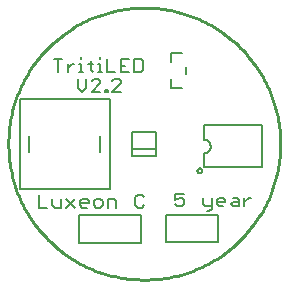
<source format=gto>
G75*
%MOIN*%
%OFA0B0*%
%FSLAX25Y25*%
%IPPOS*%
%LPD*%
%AMOC8*
5,1,8,0,0,1.08239X$1,22.5*
%
%ADD10C,0.01000*%
%ADD11C,0.00700*%
%ADD12C,0.00500*%
D10*
X0082614Y0059000D02*
X0082628Y0060112D01*
X0082669Y0061223D01*
X0082737Y0062332D01*
X0082832Y0063440D01*
X0082955Y0064545D01*
X0083104Y0065647D01*
X0083281Y0066745D01*
X0083484Y0067838D01*
X0083715Y0068925D01*
X0083972Y0070007D01*
X0084255Y0071082D01*
X0084565Y0072150D01*
X0084900Y0073210D01*
X0085262Y0074261D01*
X0085649Y0075303D01*
X0086062Y0076336D01*
X0086500Y0077357D01*
X0086963Y0078368D01*
X0087451Y0079367D01*
X0087963Y0080354D01*
X0088499Y0081328D01*
X0089059Y0082289D01*
X0089642Y0083235D01*
X0090248Y0084167D01*
X0090877Y0085084D01*
X0091529Y0085985D01*
X0092202Y0086870D01*
X0092897Y0087738D01*
X0093612Y0088589D01*
X0094349Y0089422D01*
X0095106Y0090236D01*
X0095882Y0091032D01*
X0096678Y0091808D01*
X0097492Y0092565D01*
X0098325Y0093302D01*
X0099176Y0094017D01*
X0100044Y0094712D01*
X0100929Y0095385D01*
X0101830Y0096037D01*
X0102747Y0096666D01*
X0103679Y0097272D01*
X0104625Y0097855D01*
X0105586Y0098415D01*
X0106560Y0098951D01*
X0107547Y0099463D01*
X0108546Y0099951D01*
X0109557Y0100414D01*
X0110578Y0100852D01*
X0111611Y0101265D01*
X0112653Y0101652D01*
X0113704Y0102014D01*
X0114764Y0102349D01*
X0115832Y0102659D01*
X0116907Y0102942D01*
X0117989Y0103199D01*
X0119076Y0103430D01*
X0120169Y0103633D01*
X0121267Y0103810D01*
X0122369Y0103959D01*
X0123474Y0104082D01*
X0124582Y0104177D01*
X0125691Y0104245D01*
X0126802Y0104286D01*
X0127914Y0104300D01*
X0129026Y0104286D01*
X0130137Y0104245D01*
X0131246Y0104177D01*
X0132354Y0104082D01*
X0133459Y0103959D01*
X0134561Y0103810D01*
X0135659Y0103633D01*
X0136752Y0103430D01*
X0137839Y0103199D01*
X0138921Y0102942D01*
X0139996Y0102659D01*
X0141064Y0102349D01*
X0142124Y0102014D01*
X0143175Y0101652D01*
X0144217Y0101265D01*
X0145250Y0100852D01*
X0146271Y0100414D01*
X0147282Y0099951D01*
X0148281Y0099463D01*
X0149268Y0098951D01*
X0150242Y0098415D01*
X0151203Y0097855D01*
X0152149Y0097272D01*
X0153081Y0096666D01*
X0153998Y0096037D01*
X0154899Y0095385D01*
X0155784Y0094712D01*
X0156652Y0094017D01*
X0157503Y0093302D01*
X0158336Y0092565D01*
X0159150Y0091808D01*
X0159946Y0091032D01*
X0160722Y0090236D01*
X0161479Y0089422D01*
X0162216Y0088589D01*
X0162931Y0087738D01*
X0163626Y0086870D01*
X0164299Y0085985D01*
X0164951Y0085084D01*
X0165580Y0084167D01*
X0166186Y0083235D01*
X0166769Y0082289D01*
X0167329Y0081328D01*
X0167865Y0080354D01*
X0168377Y0079367D01*
X0168865Y0078368D01*
X0169328Y0077357D01*
X0169766Y0076336D01*
X0170179Y0075303D01*
X0170566Y0074261D01*
X0170928Y0073210D01*
X0171263Y0072150D01*
X0171573Y0071082D01*
X0171856Y0070007D01*
X0172113Y0068925D01*
X0172344Y0067838D01*
X0172547Y0066745D01*
X0172724Y0065647D01*
X0172873Y0064545D01*
X0172996Y0063440D01*
X0173091Y0062332D01*
X0173159Y0061223D01*
X0173200Y0060112D01*
X0173214Y0059000D01*
X0173200Y0057888D01*
X0173159Y0056777D01*
X0173091Y0055668D01*
X0172996Y0054560D01*
X0172873Y0053455D01*
X0172724Y0052353D01*
X0172547Y0051255D01*
X0172344Y0050162D01*
X0172113Y0049075D01*
X0171856Y0047993D01*
X0171573Y0046918D01*
X0171263Y0045850D01*
X0170928Y0044790D01*
X0170566Y0043739D01*
X0170179Y0042697D01*
X0169766Y0041664D01*
X0169328Y0040643D01*
X0168865Y0039632D01*
X0168377Y0038633D01*
X0167865Y0037646D01*
X0167329Y0036672D01*
X0166769Y0035711D01*
X0166186Y0034765D01*
X0165580Y0033833D01*
X0164951Y0032916D01*
X0164299Y0032015D01*
X0163626Y0031130D01*
X0162931Y0030262D01*
X0162216Y0029411D01*
X0161479Y0028578D01*
X0160722Y0027764D01*
X0159946Y0026968D01*
X0159150Y0026192D01*
X0158336Y0025435D01*
X0157503Y0024698D01*
X0156652Y0023983D01*
X0155784Y0023288D01*
X0154899Y0022615D01*
X0153998Y0021963D01*
X0153081Y0021334D01*
X0152149Y0020728D01*
X0151203Y0020145D01*
X0150242Y0019585D01*
X0149268Y0019049D01*
X0148281Y0018537D01*
X0147282Y0018049D01*
X0146271Y0017586D01*
X0145250Y0017148D01*
X0144217Y0016735D01*
X0143175Y0016348D01*
X0142124Y0015986D01*
X0141064Y0015651D01*
X0139996Y0015341D01*
X0138921Y0015058D01*
X0137839Y0014801D01*
X0136752Y0014570D01*
X0135659Y0014367D01*
X0134561Y0014190D01*
X0133459Y0014041D01*
X0132354Y0013918D01*
X0131246Y0013823D01*
X0130137Y0013755D01*
X0129026Y0013714D01*
X0127914Y0013700D01*
X0126802Y0013714D01*
X0125691Y0013755D01*
X0124582Y0013823D01*
X0123474Y0013918D01*
X0122369Y0014041D01*
X0121267Y0014190D01*
X0120169Y0014367D01*
X0119076Y0014570D01*
X0117989Y0014801D01*
X0116907Y0015058D01*
X0115832Y0015341D01*
X0114764Y0015651D01*
X0113704Y0015986D01*
X0112653Y0016348D01*
X0111611Y0016735D01*
X0110578Y0017148D01*
X0109557Y0017586D01*
X0108546Y0018049D01*
X0107547Y0018537D01*
X0106560Y0019049D01*
X0105586Y0019585D01*
X0104625Y0020145D01*
X0103679Y0020728D01*
X0102747Y0021334D01*
X0101830Y0021963D01*
X0100929Y0022615D01*
X0100044Y0023288D01*
X0099176Y0023983D01*
X0098325Y0024698D01*
X0097492Y0025435D01*
X0096678Y0026192D01*
X0095882Y0026968D01*
X0095106Y0027764D01*
X0094349Y0028578D01*
X0093612Y0029411D01*
X0092897Y0030262D01*
X0092202Y0031130D01*
X0091529Y0032015D01*
X0090877Y0032916D01*
X0090248Y0033833D01*
X0089642Y0034765D01*
X0089059Y0035711D01*
X0088499Y0036672D01*
X0087963Y0037646D01*
X0087451Y0038633D01*
X0086963Y0039632D01*
X0086500Y0040643D01*
X0086062Y0041664D01*
X0085649Y0042697D01*
X0085262Y0043739D01*
X0084900Y0044790D01*
X0084565Y0045850D01*
X0084255Y0046918D01*
X0083972Y0047993D01*
X0083715Y0049075D01*
X0083484Y0050162D01*
X0083281Y0051255D01*
X0083104Y0052353D01*
X0082955Y0053455D01*
X0082832Y0054560D01*
X0082737Y0055668D01*
X0082669Y0056777D01*
X0082628Y0057888D01*
X0082614Y0059000D01*
D11*
X0092714Y0042004D02*
X0092714Y0037700D01*
X0095583Y0037700D01*
X0097318Y0038417D02*
X0098035Y0037700D01*
X0100187Y0037700D01*
X0100187Y0040569D01*
X0101922Y0040569D02*
X0104791Y0037700D01*
X0106526Y0038417D02*
X0106526Y0039852D01*
X0107243Y0040569D01*
X0108677Y0040569D01*
X0109395Y0039852D01*
X0109395Y0039135D01*
X0106526Y0039135D01*
X0106526Y0038417D02*
X0107243Y0037700D01*
X0108677Y0037700D01*
X0111130Y0038417D02*
X0111847Y0037700D01*
X0113281Y0037700D01*
X0113999Y0038417D01*
X0113999Y0039852D01*
X0113281Y0040569D01*
X0111847Y0040569D01*
X0111130Y0039852D01*
X0111130Y0038417D01*
X0115734Y0037700D02*
X0115734Y0040569D01*
X0117885Y0040569D01*
X0118603Y0039852D01*
X0118603Y0037700D01*
X0124941Y0038417D02*
X0125659Y0037700D01*
X0127093Y0037700D01*
X0127810Y0038417D01*
X0124941Y0038417D02*
X0124941Y0041286D01*
X0125659Y0042004D01*
X0127093Y0042004D01*
X0127810Y0041286D01*
X0138264Y0040252D02*
X0139698Y0040969D01*
X0140416Y0040969D01*
X0141133Y0040252D01*
X0141133Y0038817D01*
X0140416Y0038100D01*
X0138981Y0038100D01*
X0138264Y0038817D01*
X0138264Y0040252D02*
X0138264Y0042404D01*
X0141133Y0042404D01*
X0147472Y0040969D02*
X0147472Y0038817D01*
X0148189Y0038100D01*
X0150341Y0038100D01*
X0150341Y0037383D02*
X0149624Y0036665D01*
X0148906Y0036665D01*
X0150341Y0037383D02*
X0150341Y0040969D01*
X0152076Y0040252D02*
X0152076Y0038817D01*
X0152793Y0038100D01*
X0154227Y0038100D01*
X0154945Y0039535D02*
X0152076Y0039535D01*
X0152076Y0040252D02*
X0152793Y0040969D01*
X0154227Y0040969D01*
X0154945Y0040252D01*
X0154945Y0039535D01*
X0156680Y0038817D02*
X0157397Y0039535D01*
X0159549Y0039535D01*
X0159549Y0040252D02*
X0159549Y0038100D01*
X0157397Y0038100D01*
X0156680Y0038817D01*
X0157397Y0040969D02*
X0158831Y0040969D01*
X0159549Y0040252D01*
X0161284Y0040969D02*
X0161284Y0038100D01*
X0161284Y0039535D02*
X0162718Y0040969D01*
X0163435Y0040969D01*
X0120118Y0076300D02*
X0117249Y0076300D01*
X0120118Y0079169D01*
X0120118Y0079886D01*
X0119401Y0080604D01*
X0117966Y0080604D01*
X0117249Y0079886D01*
X0118294Y0082850D02*
X0115425Y0082850D01*
X0115425Y0087154D01*
X0113073Y0087154D02*
X0113073Y0087871D01*
X0113073Y0085719D02*
X0113073Y0082850D01*
X0113790Y0082850D02*
X0112355Y0082850D01*
X0110721Y0082850D02*
X0110003Y0083567D01*
X0110003Y0086436D01*
X0109286Y0085719D02*
X0110721Y0085719D01*
X0112355Y0085719D02*
X0113073Y0085719D01*
X0107651Y0082850D02*
X0106217Y0082850D01*
X0106934Y0082850D02*
X0106934Y0085719D01*
X0106217Y0085719D01*
X0106934Y0087154D02*
X0106934Y0087871D01*
X0104532Y0085719D02*
X0103815Y0085719D01*
X0102380Y0084285D01*
X0102380Y0085719D02*
X0102380Y0082850D01*
X0099211Y0082850D02*
X0099211Y0087154D01*
X0100645Y0087154D02*
X0097776Y0087154D01*
X0105739Y0080604D02*
X0105739Y0077735D01*
X0107173Y0076300D01*
X0108608Y0077735D01*
X0108608Y0080604D01*
X0110343Y0079886D02*
X0111060Y0080604D01*
X0112495Y0080604D01*
X0113212Y0079886D01*
X0113212Y0079169D01*
X0110343Y0076300D01*
X0113212Y0076300D01*
X0114947Y0076300D02*
X0115664Y0076300D01*
X0115664Y0077017D01*
X0114947Y0077017D01*
X0114947Y0076300D01*
X0120029Y0082850D02*
X0122898Y0082850D01*
X0124633Y0082850D02*
X0126784Y0082850D01*
X0127502Y0083567D01*
X0127502Y0086436D01*
X0126784Y0087154D01*
X0124633Y0087154D01*
X0124633Y0082850D01*
X0121463Y0085002D02*
X0120029Y0085002D01*
X0120029Y0087154D02*
X0120029Y0082850D01*
X0120029Y0087154D02*
X0122898Y0087154D01*
X0104791Y0040569D02*
X0101922Y0037700D01*
X0097318Y0038417D02*
X0097318Y0040569D01*
D12*
X0086351Y0044000D02*
X0086351Y0074000D01*
X0116351Y0074000D01*
X0116351Y0044000D01*
X0086351Y0044000D01*
X0089540Y0056313D02*
X0089540Y0061687D01*
X0113162Y0061687D02*
X0113162Y0056313D01*
X0123977Y0057327D02*
X0123977Y0055063D01*
X0131851Y0055063D01*
X0131851Y0057327D01*
X0123977Y0057327D01*
X0123977Y0062937D01*
X0131851Y0062937D01*
X0131851Y0057327D01*
X0145616Y0050007D02*
X0145618Y0050063D01*
X0145624Y0050118D01*
X0145634Y0050172D01*
X0145647Y0050226D01*
X0145665Y0050279D01*
X0145686Y0050330D01*
X0145710Y0050380D01*
X0145738Y0050428D01*
X0145770Y0050474D01*
X0145804Y0050518D01*
X0145842Y0050559D01*
X0145882Y0050597D01*
X0145925Y0050632D01*
X0145970Y0050664D01*
X0146018Y0050693D01*
X0146067Y0050719D01*
X0146118Y0050741D01*
X0146170Y0050759D01*
X0146224Y0050773D01*
X0146279Y0050784D01*
X0146334Y0050791D01*
X0146389Y0050794D01*
X0146445Y0050793D01*
X0146500Y0050788D01*
X0146555Y0050779D01*
X0146609Y0050767D01*
X0146662Y0050750D01*
X0146714Y0050730D01*
X0146764Y0050706D01*
X0146812Y0050679D01*
X0146859Y0050649D01*
X0146903Y0050615D01*
X0146945Y0050578D01*
X0146983Y0050538D01*
X0147020Y0050496D01*
X0147053Y0050451D01*
X0147082Y0050405D01*
X0147109Y0050356D01*
X0147131Y0050305D01*
X0147151Y0050253D01*
X0147166Y0050199D01*
X0147178Y0050145D01*
X0147186Y0050090D01*
X0147190Y0050035D01*
X0147190Y0049979D01*
X0147186Y0049924D01*
X0147178Y0049869D01*
X0147166Y0049815D01*
X0147151Y0049761D01*
X0147131Y0049709D01*
X0147109Y0049658D01*
X0147082Y0049609D01*
X0147053Y0049563D01*
X0147020Y0049518D01*
X0146983Y0049476D01*
X0146945Y0049436D01*
X0146903Y0049399D01*
X0146859Y0049365D01*
X0146812Y0049335D01*
X0146764Y0049308D01*
X0146714Y0049284D01*
X0146662Y0049264D01*
X0146609Y0049247D01*
X0146555Y0049235D01*
X0146500Y0049226D01*
X0146445Y0049221D01*
X0146389Y0049220D01*
X0146334Y0049223D01*
X0146279Y0049230D01*
X0146224Y0049241D01*
X0146170Y0049255D01*
X0146118Y0049273D01*
X0146067Y0049295D01*
X0146018Y0049321D01*
X0145970Y0049350D01*
X0145925Y0049382D01*
X0145882Y0049417D01*
X0145842Y0049455D01*
X0145804Y0049496D01*
X0145770Y0049540D01*
X0145738Y0049586D01*
X0145710Y0049634D01*
X0145686Y0049684D01*
X0145665Y0049735D01*
X0145647Y0049788D01*
X0145634Y0049842D01*
X0145624Y0049896D01*
X0145618Y0049951D01*
X0145616Y0050007D01*
X0147781Y0051188D02*
X0147781Y0055834D01*
X0147899Y0055834D01*
X0147989Y0055836D01*
X0148079Y0055842D01*
X0148169Y0055851D01*
X0148258Y0055865D01*
X0148347Y0055882D01*
X0148435Y0055903D01*
X0148522Y0055927D01*
X0148607Y0055955D01*
X0148692Y0055987D01*
X0148775Y0056023D01*
X0148856Y0056062D01*
X0148936Y0056104D01*
X0149014Y0056150D01*
X0149090Y0056199D01*
X0149163Y0056251D01*
X0149235Y0056306D01*
X0149304Y0056364D01*
X0149370Y0056425D01*
X0149434Y0056489D01*
X0149495Y0056555D01*
X0149553Y0056624D01*
X0149608Y0056696D01*
X0149660Y0056769D01*
X0149709Y0056845D01*
X0149755Y0056923D01*
X0149797Y0057003D01*
X0149836Y0057084D01*
X0149872Y0057167D01*
X0149904Y0057252D01*
X0149932Y0057337D01*
X0149956Y0057424D01*
X0149977Y0057512D01*
X0149994Y0057601D01*
X0150008Y0057690D01*
X0150017Y0057780D01*
X0150023Y0057870D01*
X0150025Y0057960D01*
X0150025Y0058275D01*
X0150021Y0058368D01*
X0150012Y0058460D01*
X0150000Y0058552D01*
X0149984Y0058644D01*
X0149964Y0058734D01*
X0149940Y0058824D01*
X0149912Y0058912D01*
X0149881Y0059000D01*
X0149846Y0059086D01*
X0149807Y0059170D01*
X0149765Y0059253D01*
X0149719Y0059333D01*
X0149670Y0059412D01*
X0149617Y0059489D01*
X0149562Y0059563D01*
X0149503Y0059635D01*
X0149441Y0059704D01*
X0149377Y0059771D01*
X0149309Y0059834D01*
X0149239Y0059895D01*
X0149167Y0059953D01*
X0149092Y0060008D01*
X0149015Y0060060D01*
X0148935Y0060108D01*
X0148854Y0060153D01*
X0148771Y0060194D01*
X0148686Y0060232D01*
X0148600Y0060266D01*
X0148512Y0060296D01*
X0148423Y0060323D01*
X0148333Y0060346D01*
X0148243Y0060365D01*
X0148151Y0060380D01*
X0148059Y0060391D01*
X0147966Y0060398D01*
X0147874Y0060402D01*
X0147781Y0060401D01*
X0147781Y0065362D01*
X0167072Y0065362D01*
X0167072Y0051188D01*
X0147781Y0051188D01*
X0152649Y0035167D02*
X0135129Y0035167D01*
X0135129Y0026308D01*
X0152649Y0026308D01*
X0152649Y0035167D01*
X0126763Y0035362D02*
X0126763Y0025913D01*
X0106290Y0025913D01*
X0106290Y0035204D01*
X0106290Y0035362D01*
X0126763Y0035362D01*
X0136805Y0077544D02*
X0140348Y0077544D01*
X0136805Y0077544D02*
X0136805Y0080694D01*
X0141923Y0082269D02*
X0141923Y0084631D01*
X0140348Y0089356D02*
X0136805Y0089356D01*
X0136805Y0086206D01*
M02*

</source>
